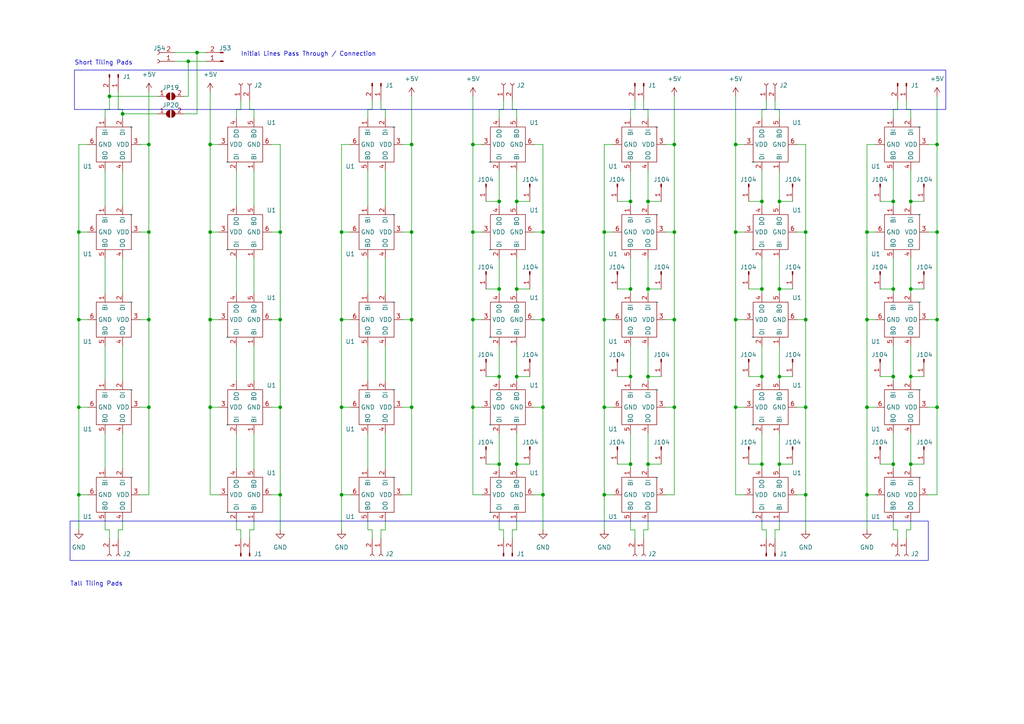
<source format=kicad_sch>
(kicad_sch (version 20230121) (generator eeschema)
  (paper "A4")
  (junction (at 175.26 118.11))
  (junction (at 144.78 134.62))
  (junction (at 195.58 67.31))
  (junction (at 195.58 41.91))
  (junction (at 195.58 92.71))
  (junction (at 137.16 118.11))
  (junction (at 157.48 118.11))
  (junction (at 60.96 41.91))
  (junction (at 213.36 118.11))
  (junction (at 99.06 67.31))
  (junction (at 149.86 134.62))
  (junction (at 233.68 118.11))
  (junction (at 175.26 92.71))
  (junction (at 157.48 92.71))
  (junction (at 54.61 17.78))
  (junction (at 220.98 58.42))
  (junction (at 60.96 92.71))
  (junction (at 43.18 67.31))
  (junction (at 31.75 27.94))
  (junction (at 271.78 92.71))
  (junction (at 35.56 33.02))
  (junction (at 259.08 83.82))
  (junction (at 157.48 67.31))
  (junction (at 119.38 41.91))
  (junction (at 182.88 134.62))
  (junction (at 182.88 83.82))
  (junction (at 220.98 109.22))
  (junction (at 81.28 92.71))
  (junction (at 187.96 83.82))
  (junction (at 144.78 58.42))
  (junction (at 43.18 92.71))
  (junction (at 259.08 58.42))
  (junction (at 175.26 67.31))
  (junction (at 251.46 92.71))
  (junction (at 259.08 109.22))
  (junction (at 213.36 41.91))
  (junction (at 233.68 67.31))
  (junction (at 22.86 118.11))
  (junction (at 213.36 92.71))
  (junction (at 264.16 58.42))
  (junction (at 259.08 134.62))
  (junction (at 175.26 143.51))
  (junction (at 81.28 143.51))
  (junction (at 81.28 67.31))
  (junction (at 271.78 118.11))
  (junction (at 233.68 92.71))
  (junction (at 144.78 109.22))
  (junction (at 187.96 58.42))
  (junction (at 60.96 118.11))
  (junction (at 226.06 109.22))
  (junction (at 99.06 118.11))
  (junction (at 271.78 67.31))
  (junction (at 149.86 83.82))
  (junction (at 182.88 58.42))
  (junction (at 264.16 109.22))
  (junction (at 182.88 109.22))
  (junction (at 251.46 67.31))
  (junction (at 119.38 118.11))
  (junction (at 137.16 92.71))
  (junction (at 99.06 143.51))
  (junction (at 22.86 143.51))
  (junction (at 57.15 15.24))
  (junction (at 251.46 143.51))
  (junction (at 119.38 67.31))
  (junction (at 149.86 58.42))
  (junction (at 220.98 83.82))
  (junction (at 220.98 134.62))
  (junction (at 195.58 118.11))
  (junction (at 213.36 67.31))
  (junction (at 264.16 83.82))
  (junction (at 271.78 41.91))
  (junction (at 81.28 118.11))
  (junction (at 157.48 143.51))
  (junction (at 226.06 58.42))
  (junction (at 43.18 118.11))
  (junction (at 99.06 92.71))
  (junction (at 22.86 67.31))
  (junction (at 233.68 143.51))
  (junction (at 264.16 134.62))
  (junction (at 43.18 41.91))
  (junction (at 226.06 134.62))
  (junction (at 149.86 109.22))
  (junction (at 187.96 134.62))
  (junction (at 137.16 41.91))
  (junction (at 144.78 83.82))
  (junction (at 226.06 83.82))
  (junction (at 119.38 92.71))
  (junction (at 187.96 109.22))
  (junction (at 60.96 67.31))
  (junction (at 251.46 118.11))
  (junction (at 137.16 67.31))
  (junction (at 22.86 92.71))
  (wire (pts (xy 251.46 41.91) (xy 251.46 67.31)))
  (wire (pts (xy 31.75 31.75) (xy 30.48 31.75)))
  (wire (pts (xy 72.39 31.75) (xy 73.66 31.75)))
  (wire (pts (xy 78.74 143.51) (xy 81.28 143.51)))
  (wire (pts (xy 78.74 118.11) (xy 81.28 118.11)))
  (wire (pts (xy 182.88 34.29) (xy 182.88 31.75)))
  (wire (pts (xy 119.38 118.11) (xy 119.38 92.71)))
  (wire (pts (xy 259.08 58.42) (xy 259.08 59.69)))
  (wire (pts (xy 187.96 34.29) (xy 187.96 31.75)))
  (wire (pts (xy 148.59 153.67) (xy 149.86 153.67)))
  (wire (pts (xy 215.9 143.51) (xy 213.36 143.51)))
  (wire (pts (xy 119.38 92.71) (xy 119.38 67.31)))
  (wire (pts (xy 149.86 125.73) (xy 149.86 134.62)))
  (wire (pts (xy 271.78 118.11) (xy 271.78 143.51)))
  (wire (pts (xy 31.75 26.67) (xy 31.75 27.94)))
  (wire (pts (xy 224.79 153.67) (xy 226.06 153.67)))
  (wire (pts (xy 149.86 109.22) (xy 149.86 110.49)))
  (wire (pts (xy 251.46 143.51) (xy 254 143.51)))
  (wire (pts (xy 187.96 109.22) (xy 187.96 110.49)))
  (wire (pts (xy 81.28 67.31) (xy 81.28 92.71)))
  (wire (pts (xy 191.77 83.82) (xy 187.96 83.82)))
  (wire (pts (xy 139.7 67.31) (xy 137.16 67.31)))
  (wire (pts (xy 149.86 49.53) (xy 149.86 58.42)))
  (wire (pts (xy 69.85 156.21) (xy 69.85 153.67)))
  (wire (pts (xy 60.96 143.51) (xy 60.96 118.11)))
  (wire (pts (xy 60.96 92.71) (xy 60.96 67.31)))
  (wire (pts (xy 31.75 153.67) (xy 30.48 153.67)))
  (wire (pts (xy 191.77 58.42) (xy 187.96 58.42)))
  (wire (pts (xy 195.58 143.51) (xy 195.58 118.11)))
  (wire (pts (xy 184.15 29.21) (xy 184.15 31.75)))
  (wire (pts (xy 187.96 74.93) (xy 187.96 83.82)))
  (wire (pts (xy 106.68 100.33) (xy 106.68 110.49)))
  (wire (pts (xy 54.61 17.78) (xy 59.69 17.78)))
  (wire (pts (xy 78.74 92.71) (xy 81.28 92.71)))
  (wire (pts (xy 229.87 58.42) (xy 226.06 58.42)))
  (wire (pts (xy 148.59 156.21) (xy 148.59 153.67)))
  (wire (pts (xy 231.14 41.91) (xy 233.68 41.91)))
  (wire (pts (xy 60.96 92.71) (xy 63.5 92.71)))
  (wire (pts (xy 137.16 41.91) (xy 137.16 27.94)))
  (wire (pts (xy 213.36 92.71) (xy 213.36 67.31)))
  (wire (pts (xy 184.15 31.75) (xy 182.88 31.75)))
  (wire (pts (xy 111.76 100.33) (xy 111.76 110.49)))
  (wire (pts (xy 175.26 67.31) (xy 175.26 92.71)))
  (wire (pts (xy 187.96 83.82) (xy 187.96 85.09)))
  (wire (pts (xy 226.06 125.73) (xy 226.06 134.62)))
  (wire (pts (xy 144.78 100.33) (xy 144.78 109.22)))
  (wire (pts (xy 264.16 153.67) (xy 264.16 151.13)))
  (wire (pts (xy 81.28 143.51) (xy 81.28 153.67)))
  (wire (pts (xy 154.94 118.11) (xy 157.48 118.11)))
  (wire (pts (xy 226.06 34.29) (xy 226.06 31.75)))
  (wire (pts (xy 22.86 118.11) (xy 22.86 143.51)))
  (wire (pts (xy 99.06 92.71) (xy 101.6 92.71)))
  (wire (pts (xy 215.9 92.71) (xy 213.36 92.71)))
  (wire (pts (xy 43.18 41.91) (xy 43.18 26.67)))
  (wire (pts (xy 184.15 156.21) (xy 184.15 153.67)))
  (wire (pts (xy 233.68 41.91) (xy 233.68 67.31)))
  (wire (pts (xy 140.97 109.22) (xy 144.78 109.22)))
  (wire (pts (xy 186.69 156.21) (xy 186.69 153.67)))
  (wire (pts (xy 251.46 118.11) (xy 254 118.11)))
  (wire (pts (xy 149.86 74.93) (xy 149.86 83.82)))
  (wire (pts (xy 57.15 15.24) (xy 57.15 33.02)))
  (wire (pts (xy 217.17 109.22) (xy 220.98 109.22)))
  (wire (pts (xy 215.9 118.11) (xy 213.36 118.11)))
  (wire (pts (xy 153.67 134.62) (xy 149.86 134.62)))
  (wire (pts (xy 68.58 74.93) (xy 68.58 85.09)))
  (wire (pts (xy 119.38 67.31) (xy 119.38 41.91)))
  (wire (pts (xy 184.15 153.67) (xy 182.88 153.67)))
  (wire (pts (xy 260.35 153.67) (xy 259.08 153.67)))
  (wire (pts (xy 73.66 49.53) (xy 73.66 59.69)))
  (wire (pts (xy 139.7 41.91) (xy 137.16 41.91)))
  (wire (pts (xy 81.28 41.91) (xy 81.28 67.31)))
  (wire (pts (xy 182.88 100.33) (xy 182.88 109.22)))
  (wire (pts (xy 50.8 17.78) (xy 54.61 17.78)))
  (wire (pts (xy 73.66 125.73) (xy 73.66 135.89)))
  (wire (pts (xy 78.74 41.91) (xy 81.28 41.91)))
  (wire (pts (xy 226.06 58.42) (xy 226.06 59.69)))
  (wire (pts (xy 231.14 67.31) (xy 233.68 67.31)))
  (wire (pts (xy 175.26 67.31) (xy 177.8 67.31)))
  (wire (pts (xy 43.18 118.11) (xy 40.64 118.11)))
  (wire (pts (xy 251.46 67.31) (xy 254 67.31)))
  (wire (pts (xy 31.75 27.94) (xy 31.75 31.75)))
  (wire (pts (xy 220.98 109.22) (xy 220.98 110.49)))
  (wire (pts (xy 233.68 143.51) (xy 233.68 153.67)))
  (wire (pts (xy 99.06 67.31) (xy 99.06 92.71)))
  (wire (pts (xy 107.95 29.21) (xy 107.95 31.75)))
  (wire (pts (xy 99.06 143.51) (xy 101.6 143.51)))
  (wire (pts (xy 106.68 34.29) (xy 106.68 31.75)))
  (wire (pts (xy 72.39 156.21) (xy 72.39 153.67)))
  (wire (pts (xy 43.18 118.11) (xy 43.18 92.71)))
  (wire (pts (xy 144.78 83.82) (xy 144.78 85.09)))
  (wire (pts (xy 68.58 49.53) (xy 68.58 59.69)))
  (wire (pts (xy 35.56 74.93) (xy 35.56 85.09)))
  (wire (pts (xy 149.86 100.33) (xy 149.86 109.22)))
  (wire (pts (xy 177.8 41.91) (xy 175.26 41.91)))
  (wire (pts (xy 262.89 29.21) (xy 262.89 31.75)))
  (wire (pts (xy 264.16 34.29) (xy 264.16 31.75)))
  (wire (pts (xy 262.89 156.21) (xy 262.89 153.67)))
  (wire (pts (xy 144.78 74.93) (xy 144.78 83.82)))
  (wire (pts (xy 271.78 41.91) (xy 269.24 41.91)))
  (wire (pts (xy 264.16 83.82) (xy 264.16 85.09)))
  (wire (pts (xy 259.08 49.53) (xy 259.08 58.42)))
  (wire (pts (xy 255.27 83.82) (xy 259.08 83.82)))
  (wire (pts (xy 182.88 151.13) (xy 182.88 153.67)))
  (wire (pts (xy 34.29 26.67) (xy 34.29 31.75)))
  (wire (pts (xy 259.08 74.93) (xy 259.08 83.82)))
  (wire (pts (xy 259.08 125.73) (xy 259.08 134.62)))
  (wire (pts (xy 157.48 41.91) (xy 157.48 67.31)))
  (wire (pts (xy 187.96 151.13) (xy 187.96 153.67)))
  (wire (pts (xy 175.26 92.71) (xy 175.26 118.11)))
  (wire (pts (xy 111.76 125.73) (xy 111.76 135.89)))
  (wire (pts (xy 99.06 118.11) (xy 99.06 143.51)))
  (wire (pts (xy 60.96 67.31) (xy 63.5 67.31)))
  (wire (pts (xy 229.87 83.82) (xy 226.06 83.82)))
  (wire (pts (xy 175.26 143.51) (xy 175.26 153.67)))
  (wire (pts (xy 231.14 118.11) (xy 233.68 118.11)))
  (wire (pts (xy 144.78 125.73) (xy 144.78 134.62)))
  (wire (pts (xy 22.86 67.31) (xy 25.4 67.31)))
  (wire (pts (xy 139.7 118.11) (xy 137.16 118.11)))
  (wire (pts (xy 111.76 34.29) (xy 111.76 31.75)))
  (wire (pts (xy 35.56 100.33) (xy 35.56 110.49)))
  (wire (pts (xy 267.97 83.82) (xy 264.16 83.82)))
  (wire (pts (xy 22.86 143.51) (xy 25.4 143.51)))
  (wire (pts (xy 144.78 134.62) (xy 144.78 135.89)))
  (wire (pts (xy 254 41.91) (xy 251.46 41.91)))
  (wire (pts (xy 267.97 58.42) (xy 264.16 58.42)))
  (wire (pts (xy 68.58 151.13) (xy 68.58 153.67)))
  (wire (pts (xy 149.86 34.29) (xy 149.86 31.75)))
  (wire (pts (xy 116.84 143.51) (xy 119.38 143.51)))
  (wire (pts (xy 78.74 67.31) (xy 81.28 67.31)))
  (wire (pts (xy 144.78 58.42) (xy 144.78 59.69)))
  (wire (pts (xy 213.36 118.11) (xy 213.36 92.71)))
  (wire (pts (xy 259.08 100.33) (xy 259.08 109.22)))
  (wire (pts (xy 54.61 17.78) (xy 54.61 27.94)))
  (wire (pts (xy 186.69 29.21) (xy 186.69 31.75)))
  (wire (pts (xy 119.38 118.11) (xy 116.84 118.11)))
  (wire (pts (xy 73.66 100.33) (xy 73.66 110.49)))
  (wire (pts (xy 22.86 143.51) (xy 22.86 153.67)))
  (wire (pts (xy 226.06 151.13) (xy 226.06 153.67)))
  (wire (pts (xy 182.88 134.62) (xy 182.88 135.89)))
  (wire (pts (xy 34.29 153.67) (xy 35.56 153.67)))
  (wire (pts (xy 99.06 92.71) (xy 99.06 118.11)))
  (wire (pts (xy 255.27 109.22) (xy 259.08 109.22)))
  (wire (pts (xy 60.96 118.11) (xy 63.5 118.11)))
  (wire (pts (xy 229.87 134.62) (xy 226.06 134.62)))
  (wire (pts (xy 107.95 153.67) (xy 106.68 153.67)))
  (wire (pts (xy 231.14 143.51) (xy 233.68 143.51)))
  (wire (pts (xy 267.97 109.22) (xy 264.16 109.22)))
  (wire (pts (xy 220.98 134.62) (xy 220.98 135.89)))
  (wire (pts (xy 69.85 31.75) (xy 68.58 31.75)))
  (wire (pts (xy 43.18 92.71) (xy 43.18 67.31)))
  (wire (pts (xy 233.68 67.31) (xy 233.68 92.71)))
  (wire (pts (xy 191.77 134.62) (xy 187.96 134.62)))
  (wire (pts (xy 259.08 151.13) (xy 259.08 153.67)))
  (wire (pts (xy 146.05 31.75) (xy 144.78 31.75)))
  (wire (pts (xy 264.16 134.62) (xy 264.16 135.89)))
  (wire (pts (xy 31.75 27.94) (xy 45.72 27.94)))
  (wire (pts (xy 157.48 118.11) (xy 157.48 143.51)))
  (wire (pts (xy 81.28 118.11) (xy 81.28 143.51)))
  (wire (pts (xy 175.26 118.11) (xy 177.8 118.11)))
  (wire (pts (xy 110.49 29.21) (xy 110.49 31.75)))
  (wire (pts (xy 259.08 109.22) (xy 259.08 110.49)))
  (wire (pts (xy 35.56 49.53) (xy 35.56 59.69)))
  (wire (pts (xy 157.48 67.31) (xy 157.48 92.71)))
  (wire (pts (xy 187.96 49.53) (xy 187.96 58.42)))
  (wire (pts (xy 140.97 134.62) (xy 144.78 134.62)))
  (wire (pts (xy 68.58 100.33) (xy 68.58 110.49)))
  (wire (pts (xy 119.38 67.31) (xy 116.84 67.31)))
  (wire (pts (xy 217.17 134.62) (xy 220.98 134.62)))
  (wire (pts (xy 53.34 33.02) (xy 57.15 33.02)))
  (wire (pts (xy 60.96 118.11) (xy 60.96 92.71)))
  (wire (pts (xy 271.78 27.94) (xy 271.78 41.91)))
  (wire (pts (xy 149.86 151.13) (xy 149.86 153.67)))
  (wire (pts (xy 50.8 15.24) (xy 57.15 15.24)))
  (wire (pts (xy 73.66 74.93) (xy 73.66 85.09)))
  (wire (pts (xy 106.68 49.53) (xy 106.68 59.69)))
  (wire (pts (xy 271.78 67.31) (xy 271.78 41.91)))
  (wire (pts (xy 137.16 92.71) (xy 137.16 67.31)))
  (wire (pts (xy 262.89 31.75) (xy 264.16 31.75)))
  (wire (pts (xy 107.95 31.75) (xy 106.68 31.75)))
  (wire (pts (xy 43.18 92.71) (xy 40.64 92.71)))
  (wire (pts (xy 154.94 41.91) (xy 157.48 41.91)))
  (wire (pts (xy 144.78 151.13) (xy 144.78 153.67)))
  (wire (pts (xy 111.76 74.93) (xy 111.76 85.09)))
  (wire (pts (xy 179.07 134.62) (xy 182.88 134.62)))
  (wire (pts (xy 148.59 31.75) (xy 149.86 31.75)))
  (wire (pts (xy 262.89 153.67) (xy 264.16 153.67)))
  (wire (pts (xy 195.58 41.91) (xy 195.58 27.94)))
  (wire (pts (xy 157.48 143.51) (xy 157.48 153.67)))
  (wire (pts (xy 57.15 15.24) (xy 59.69 15.24)))
  (wire (pts (xy 229.87 109.22) (xy 226.06 109.22)))
  (wire (pts (xy 215.9 67.31) (xy 213.36 67.31)))
  (wire (pts (xy 99.06 41.91) (xy 99.06 67.31)))
  (wire (pts (xy 195.58 118.11) (xy 195.58 92.71)))
  (wire (pts (xy 30.48 125.73) (xy 30.48 135.89)))
  (wire (pts (xy 193.04 143.51) (xy 195.58 143.51)))
  (wire (pts (xy 226.06 109.22) (xy 226.06 110.49)))
  (wire (pts (xy 144.78 34.29) (xy 144.78 31.75)))
  (wire (pts (xy 99.06 118.11) (xy 101.6 118.11)))
  (wire (pts (xy 154.94 92.71) (xy 157.48 92.71)))
  (wire (pts (xy 175.26 143.51) (xy 177.8 143.51)))
  (wire (pts (xy 269.24 118.11) (xy 271.78 118.11)))
  (wire (pts (xy 195.58 67.31) (xy 195.58 41.91)))
  (wire (pts (xy 222.25 31.75) (xy 220.98 31.75)))
  (wire (pts (xy 137.16 143.51) (xy 137.16 118.11)))
  (wire (pts (xy 60.96 41.91) (xy 60.96 26.67)))
  (wire (pts (xy 222.25 153.67) (xy 220.98 153.67)))
  (wire (pts (xy 30.48 74.93) (xy 30.48 85.09)))
  (wire (pts (xy 175.26 41.91) (xy 175.26 67.31)))
  (wire (pts (xy 220.98 83.82) (xy 220.98 85.09)))
  (wire (pts (xy 35.56 33.02) (xy 45.72 33.02)))
  (wire (pts (xy 153.67 58.42) (xy 149.86 58.42)))
  (wire (pts (xy 213.36 67.31) (xy 213.36 41.91)))
  (wire (pts (xy 72.39 153.67) (xy 73.66 153.67)))
  (wire (pts (xy 264.16 100.33) (xy 264.16 109.22)))
  (wire (pts (xy 220.98 151.13) (xy 220.98 153.67)))
  (wire (pts (xy 25.4 41.91) (xy 22.86 41.91)))
  (wire (pts (xy 157.48 92.71) (xy 157.48 118.11)))
  (wire (pts (xy 260.35 29.21) (xy 260.35 31.75)))
  (wire (pts (xy 187.96 134.62) (xy 187.96 135.89)))
  (wire (pts (xy 271.78 92.71) (xy 271.78 118.11)))
  (wire (pts (xy 148.59 29.21) (xy 148.59 31.75)))
  (wire (pts (xy 179.07 83.82) (xy 182.88 83.82)))
  (wire (pts (xy 220.98 34.29) (xy 220.98 31.75)))
  (wire (pts (xy 146.05 156.21) (xy 146.05 153.67)))
  (wire (pts (xy 264.16 58.42) (xy 264.16 59.69)))
  (wire (pts (xy 22.86 67.31) (xy 22.86 92.71)))
  (wire (pts (xy 110.49 153.67) (xy 111.76 153.67)))
  (wire (pts (xy 34.29 156.21) (xy 34.29 153.67)))
  (wire (pts (xy 35.56 33.02) (xy 35.56 31.75)))
  (wire (pts (xy 30.48 34.29) (xy 30.48 31.75)))
  (wire (pts (xy 34.29 31.75) (xy 35.56 31.75)))
  (wire (pts (xy 43.18 143.51) (xy 43.18 118.11)))
  (wire (pts (xy 267.97 134.62) (xy 264.16 134.62)))
  (wire (pts (xy 73.66 153.67) (xy 73.66 151.13)))
  (wire (pts (xy 146.05 153.67) (xy 144.78 153.67)))
  (wire (pts (xy 182.88 49.53) (xy 182.88 58.42)))
  (wire (pts (xy 259.08 83.82) (xy 259.08 85.09)))
  (wire (pts (xy 220.98 100.33) (xy 220.98 109.22)))
  (wire (pts (xy 179.07 58.42) (xy 182.88 58.42)))
  (wire (pts (xy 191.77 109.22) (xy 187.96 109.22)))
  (wire (pts (xy 22.86 41.91) (xy 22.86 67.31)))
  (wire (pts (xy 260.35 31.75) (xy 259.08 31.75)))
  (wire (pts (xy 153.67 109.22) (xy 149.86 109.22)))
  (wire (pts (xy 35.56 151.13) (xy 35.56 153.67)))
  (wire (pts (xy 220.98 49.53) (xy 220.98 58.42)))
  (wire (pts (xy 73.66 34.29) (xy 73.66 31.75)))
  (wire (pts (xy 60.96 41.91) (xy 63.5 41.91)))
  (wire (pts (xy 271.78 92.71) (xy 271.78 67.31)))
  (wire (pts (xy 106.68 125.73) (xy 106.68 135.89)))
  (wire (pts (xy 99.06 143.51) (xy 99.06 153.67)))
  (wire (pts (xy 269.24 143.51) (xy 271.78 143.51)))
  (wire (pts (xy 222.25 29.21) (xy 222.25 31.75)))
  (wire (pts (xy 175.26 118.11) (xy 175.26 143.51)))
  (wire (pts (xy 22.86 92.71) (xy 25.4 92.71)))
  (wire (pts (xy 195.58 92.71) (xy 195.58 67.31)))
  (wire (pts (xy 140.97 83.82) (xy 144.78 83.82)))
  (wire (pts (xy 187.96 100.33) (xy 187.96 109.22)))
  (wire (pts (xy 139.7 143.51) (xy 137.16 143.51)))
  (wire (pts (xy 215.9 41.91) (xy 213.36 41.91)))
  (wire (pts (xy 217.17 58.42) (xy 220.98 58.42)))
  (wire (pts (xy 233.68 118.11) (xy 233.68 143.51)))
  (wire (pts (xy 226.06 74.93) (xy 226.06 83.82)))
  (wire (pts (xy 30.48 100.33) (xy 30.48 110.49)))
  (wire (pts (xy 69.85 29.21) (xy 69.85 31.75)))
  (wire (pts (xy 146.05 29.21) (xy 146.05 31.75)))
  (wire (pts (xy 251.46 92.71) (xy 254 92.71)))
  (wire (pts (xy 195.58 92.71) (xy 193.04 92.71)))
  (wire (pts (xy 63.5 143.51) (xy 60.96 143.51)))
  (wire (pts (xy 119.38 92.71) (xy 116.84 92.71)))
  (wire (pts (xy 187.96 125.73) (xy 187.96 134.62)))
  (wire (pts (xy 99.06 67.31) (xy 101.6 67.31)))
  (wire (pts (xy 186.69 153.67) (xy 187.96 153.67)))
  (wire (pts (xy 110.49 31.75) (xy 111.76 31.75)))
  (wire (pts (xy 30.48 151.13) (xy 30.48 153.67)))
  (wire (pts (xy 175.26 92.71) (xy 177.8 92.71)))
  (wire (pts (xy 251.46 143.51) (xy 251.46 153.67)))
  (wire (pts (xy 269.24 67.31) (xy 271.78 67.31)))
  (wire (pts (xy 233.68 92.71) (xy 233.68 118.11)))
  (wire (pts (xy 226.06 83.82) (xy 226.06 85.09)))
  (wire (pts (xy 107.95 156.21) (xy 107.95 153.67)))
  (wire (pts (xy 110.49 156.21) (xy 110.49 153.67)))
  (wire (pts (xy 222.25 156.21) (xy 222.25 153.67)))
  (wire (pts (xy 186.69 31.75) (xy 187.96 31.75)))
  (wire (pts (xy 144.78 109.22) (xy 144.78 110.49)))
  (wire (pts (xy 259.08 31.75) (xy 259.08 34.29)))
  (wire (pts (xy 40.64 143.51) (xy 43.18 143.51)))
  (wire (pts (xy 43.18 67.31) (xy 40.64 67.31)))
  (wire (pts (xy 137.16 67.31) (xy 137.16 41.91)))
  (wire (pts (xy 144.78 49.53) (xy 144.78 58.42)))
  (wire (pts (xy 224.79 29.21) (xy 224.79 31.75)))
  (wire (pts (xy 224.79 156.21) (xy 224.79 153.67)))
  (wire (pts (xy 264.16 74.93) (xy 264.16 83.82)))
  (wire (pts (xy 187.96 58.42) (xy 187.96 59.69)))
  (wire (pts (xy 119.38 143.51) (xy 119.38 118.11)))
  (wire (pts (xy 195.58 41.91) (xy 193.04 41.91)))
  (wire (pts (xy 31.75 153.67) (xy 31.75 156.21)))
  (wire (pts (xy 35.56 125.73) (xy 35.56 135.89)))
  (wire (pts (xy 195.58 118.11) (xy 193.04 118.11)))
  (wire (pts (xy 264.16 125.73) (xy 264.16 134.62)))
  (wire (pts (xy 220.98 74.93) (xy 220.98 83.82)))
  (wire (pts (xy 251.46 118.11) (xy 251.46 143.51)))
  (wire (pts (xy 22.86 118.11) (xy 25.4 118.11)))
  (wire (pts (xy 217.17 83.82) (xy 220.98 83.82)))
  (wire (pts (xy 22.86 92.71) (xy 22.86 118.11)))
  (wire (pts (xy 220.98 125.73) (xy 220.98 134.62)))
  (wire (pts (xy 106.68 74.93) (xy 106.68 85.09)))
  (wire (pts (xy 179.07 109.22) (xy 182.88 109.22)))
  (wire (pts (xy 226.06 49.53) (xy 226.06 58.42)))
  (wire (pts (xy 72.39 29.21) (xy 72.39 31.75)))
  (wire (pts (xy 154.94 67.31) (xy 157.48 67.31)))
  (wire (pts (xy 251.46 92.71) (xy 251.46 118.11)))
  (wire (pts (xy 220.98 58.42) (xy 220.98 59.69)))
  (wire (pts (xy 68.58 31.75) (xy 68.58 34.29)))
  (wire (pts (xy 255.27 134.62) (xy 259.08 134.62)))
  (wire (pts (xy 264.16 109.22) (xy 264.16 110.49)))
  (wire (pts (xy 101.6 41.91) (xy 99.06 41.91)))
  (wire (pts (xy 149.86 83.82) (xy 149.86 85.09)))
  (wire (pts (xy 182.88 83.82) (xy 182.88 85.09)))
  (wire (pts (xy 255.27 58.42) (xy 259.08 58.42)))
  (wire (pts (xy 149.86 134.62) (xy 149.86 135.89)))
  (wire (pts (xy 182.88 58.42) (xy 182.88 59.69)))
  (wire (pts (xy 111.76 151.13) (xy 111.76 153.67)))
  (wire (pts (xy 231.14 92.71) (xy 233.68 92.71)))
  (wire (pts (xy 264.16 49.53) (xy 264.16 58.42)))
  (wire (pts (xy 226.06 134.62) (xy 226.06 135.89)))
  (wire (pts (xy 68.58 125.73) (xy 68.58 135.89)))
  (wire (pts (xy 140.97 58.42) (xy 144.78 58.42)))
  (wire (pts (xy 213.36 41.91) (xy 213.36 27.94)))
  (wire (pts (xy 224.79 31.75) (xy 226.06 31.75)))
  (wire (pts (xy 111.76 49.53) (xy 111.76 59.69)))
  (wire (pts (xy 251.46 67.31) (xy 251.46 92.71)))
  (wire (pts (xy 182.88 74.93) (xy 182.88 83.82)))
  (wire (pts (xy 69.85 153.67) (xy 68.58 153.67)))
  (wire (pts (xy 139.7 92.71) (xy 137.16 92.71)))
  (wire (pts (xy 43.18 41.91) (xy 40.64 41.91)))
  (wire (pts (xy 119.38 41.91) (xy 116.84 41.91)))
  (wire (pts (xy 269.24 92.71) (xy 271.78 92.71)))
  (wire (pts (xy 154.94 143.51) (xy 157.48 143.51)))
  (wire (pts (xy 226.06 100.33) (xy 226.06 109.22)))
  (wire (pts (xy 43.18 67.31) (xy 43.18 41.91)))
  (wire (pts (xy 60.96 67.31) (xy 60.96 41.91)))
  (wire (pts (xy 106.68 151.13) (xy 106.68 153.67)))
  (wire (pts (xy 35.56 34.29) (xy 35.56 33.02)))
  (wire (pts (xy 259.08 134.62) (xy 259.08 135.89)))
  (wire (pts (xy 182.88 125.73) (xy 182.88 134.62)))
  (wire (pts (xy 30.48 49.53) (xy 30.48 59.69)))
  (wire (pts (xy 153.67 83.82) (xy 149.86 83.82)))
  (wire (pts (xy 213.36 143.51) (xy 213.36 118.11)))
  (wire (pts (xy 149.86 58.42) (xy 149.86 59.69)))
  (wire (pts (xy 81.28 92.71) (xy 81.28 118.11)))
  (wire (pts (xy 260.35 156.21) (xy 260.35 153.67)))
  (wire (pts (xy 119.38 41.91) (xy 119.38 27.94)))
  (wire (pts (xy 53.34 27.94) (xy 54.61 27.94)))
  (wire (pts (xy 137.16 118.11) (xy 137.16 92.71)))
  (wire (pts (xy 195.58 67.31) (xy 193.04 67.31)))
  (wire (pts (xy 182.88 109.22) (xy 182.88 110.49)))
  (rectangle (start 20.32 151.13) (end 269.24 162.56))
  (rectangle (start 21.59 20.32) (end 274.32 31.75))
  (text "Tall Tiling Pads\n" (at 20.32 170.18 0) (effects (font (size 1.27 1.27)) (justify left bottom)))
  (text "Short Tiling Pads\n" (at 21.59 19.05 0) (effects (font (size 1.27 1.27)) (justify left bottom)))
  (text "Initial Lines Pass Through / Connection\n" (at 69.85 16.51 0) (effects (font (size 1.27 1.27)) (justify left bottom)))
  (symbol (lib_id "Connector:Conn_01x02_Socket") (at 34.29 161.29 270) (unit 1)
    (property "Reference" "J2" (at 35.56 160.655 90) (effects (justify left)))
    (property "Value" "Conn_01x02_Socket" (effects hide))
    (property "Footprint" "Dustins_Footprints:Snowboard_Flex_Solder_Pad" (effects hide))
    (instances (project "Tiling_Flex_V1" (path "" (reference "J2") (unit 1)) (path "" (reference "J4") (unit 1)) (path "" (reference "J2") (unit 1)) (path "" (reference "J32") (unit 1)) (path "" (reference "J60") (unit 1))))
  )
  (symbol (lib_id "Connector:Conn_01x01_Pin") (at 153.67 104.14 90) (mirror x) (unit 1)
    (property "Reference" "J104" (at 156.21 102.87 90) (effects (justify left)))
    (property "Value" "Conn_01x01_Pin" (effects hide))
    (property "Footprint" "Dustins_Footprints:Test Pad" (effects hide))
    (instances (project "Center_Flex_V1" (path "" (reference "J104") (unit 1))) (project "Tiling_Flex_V1" (path "" (reference "J15") (unit 1)) (path "" (reference "J75") (unit 1)) (path "" (reference "J76") (unit 1)) (path "" (reference "J216") (unit 1)) (path "" (reference "J218") (unit 1))))
  )
  (symbol (lib_id "power:GND") (at 233.68 153.67 0) (unit 1)
    (property "Reference" "#PWR011" (effects hide))
    (property "Value" "GND" (at 233.68 158.75 0))
    (instances (project "Tiling_Flex_V1" (path "" (reference "#PWR011") (unit 1)) (path "" (reference "#PWR09") (unit 1)) (path "" (reference "#PWR014") (unit 1)) (path "" (reference "#PWR040") (unit 1))))
  )
  (symbol (lib_id "Dustins_Symbols:WS2816C") (at 38.1 138.43 180) (unit 1)
    (property "Reference" "U1" (at 25.4 149.86 0))
    (property "Value" "~" (at 38.1 138.43 0))
    (property "Footprint" "Dustins_Footprints:WS2816-2121" (effects hide))
    (property "Datasheet" "https://www.lcsc.com/datasheet/lcsc_datasheet_2012110135_Worldsemi-WS2816C-2121_C965561.pdf" (effects hide))
    (instances (project "Tiling_Flex_V1" (path "" (reference "U1") (unit 1)) (path "" (reference "U3") (unit 1)) (path "" (reference "U36") (unit 1)) (path "" (reference "U5") (unit 1)) (path "" (reference "U70") (unit 1))))
  )
  (symbol (lib_id "Connector:Conn_01x02_Pin") (at 69.85 161.29 90) (unit 1)
    (property "Reference" "J1" (at 73.66 160.655 90) (effects (justify right)))
    (property "Value" "Conn_01x02_Pin" (effects hide))
    (property "Footprint" "Dustins_Footprints:Snowboard_Flex_Solder_Pad" (effects hide))
    (instances (project "Tiling_Flex_V1" (path "" (reference "J1") (unit 1)) (path "" (reference "J3") (unit 1)) (path "" (reference "J1") (unit 1)) (path "" (reference "J36") (unit 1)) (path "" (reference "J64") (unit 1))))
  )
  (symbol (lib_id "Connector:Conn_01x01_Pin") (at 217.17 78.74 270) (unit 1)
    (property "Reference" "J104" (at 214.63 77.47 90) (effects (justify left)))
    (property "Value" "Conn_01x01_Pin" (effects hide))
    (property "Footprint" "Dustins_Footprints:Test Pad" (effects hide))
    (instances (project "Center_Flex_V1" (path "" (reference "J104") (unit 1))) (project "Tiling_Flex_V1" (path "" (reference "J15") (unit 1)) (path "" (reference "J47") (unit 1)) (path "" (reference "J48") (unit 1)) (path "" (reference "J251") (unit 1)) (path "" (reference "J253") (unit 1))))
  )
  (symbol (lib_id "Dustins_Symbols:WS2816C") (at 114.3 62.23 180) (unit 1)
    (property "Reference" "U1" (at 101.6 73.66 0))
    (property "Value" "~" (at 114.3 62.23 0))
    (property "Footprint" "Dustins_Footprints:WS2816-2121" (effects hide))
    (property "Datasheet" "https://www.lcsc.com/datasheet/lcsc_datasheet_2012110135_Worldsemi-WS2816C-2121_C965561.pdf" (effects hide))
    (instances (project "Tiling_Flex_V1" (path "" (reference "U1") (unit 1)) (path "" (reference "U21") (unit 1)) (path "" (reference "U39") (unit 1)) (path "" (reference "U12") (unit 1)) (path "" (reference "U77") (unit 1))))
  )
  (symbol (lib_id "Connector:Conn_01x01_Pin") (at 255.27 104.14 270) (unit 1)
    (property "Reference" "J104" (at 252.73 102.87 90) (effects (justify left)))
    (property "Value" "Conn_01x01_Pin" (effects hide))
    (property "Footprint" "Dustins_Footprints:Test Pad" (effects hide))
    (instances (project "Center_Flex_V1" (path "" (reference "J104") (unit 1))) (project "Tiling_Flex_V1" (path "" (reference "J15") (unit 1)) (path "" (reference "J47") (unit 1)) (path "" (reference "J48") (unit 1)) (path "" (reference "J267") (unit 1)) (path "" (reference "J269") (unit 1))))
  )
  (symbol (lib_id "Connector:Conn_01x01_Pin") (at 153.67 53.34 90) (mirror x) (unit 1)
    (property "Reference" "J104" (at 156.21 52.07 90) (effects (justify left)))
    (property "Value" "Conn_01x01_Pin" (effects hide))
    (property "Footprint" "Dustins_Footprints:Test Pad" (effects hide))
    (instances (project "Center_Flex_V1" (path "" (reference "J104") (unit 1))) (project "Tiling_Flex_V1" (path "" (reference "J15") (unit 1)) (path "" (reference "J75") (unit 1)) (path "" (reference "J76") (unit 1)) (path "" (reference "J224") (unit 1)) (path "" (reference "J226") (unit 1))))
  )
  (symbol (lib_id "Dustins_Symbols:WS2816C") (at 66.04 46.99 0) (unit 1)
    (property "Reference" "U1" (at 78.74 35.56 0))
    (property "Value" "~" (at 66.04 46.99 0))
    (property "Footprint" "Dustins_Footprints:WS2816-2121" (effects hide))
    (property "Datasheet" "https://www.lcsc.com/datasheet/lcsc_datasheet_2012110135_Worldsemi-WS2816C-2121_C965561.pdf" (effects hide))
    (instances (project "Tiling_Flex_V1" (path "" (reference "U1") (unit 1)) (path "" (reference "U2") (unit 1)) (path "" (reference "U1") (unit 1)) (path "" (reference "U6") (unit 1)) (path "" (reference "U71") (unit 1))))
  )
  (symbol (lib_id "power:+5V") (at 195.58 27.94 0) (unit 1)
    (property "Reference" "#PWR018" (effects hide))
    (property "Value" "+5V" (at 195.58 22.86 0))
    (instances (project "Tiling_Flex_V1" (path "" (reference "#PWR018") (unit 1)) (path "" (reference "#PWR017") (unit 1)) (path "" (reference "#PWR012") (unit 1)) (path "" (reference "#PWR038") (unit 1))))
  )
  (symbol (lib_id "Dustins_Symbols:WS2816C") (at 142.24 123.19 0) (unit 1)
    (property "Reference" "U1" (at 154.94 111.76 0))
    (property "Value" "~" (at 142.24 123.19 0))
    (property "Footprint" "Dustins_Footprints:WS2816-2121" (effects hide))
    (property "Datasheet" "https://www.lcsc.com/datasheet/lcsc_datasheet_2012110135_Worldsemi-WS2816C-2121_C965561.pdf" (effects hide))
    (instances (project "Tiling_Flex_V1" (path "" (reference "U1") (unit 1)) (path "" (reference "U22") (unit 1)) (path "" (reference "U44") (unit 1)) (path "" (reference "U19") (unit 1)) (path "" (reference "U84") (unit 1))))
  )
  (symbol (lib_id "Connector:Conn_01x02_Pin") (at 34.29 21.59 270) (unit 1)
    (property "Reference" "J1" (at 35.56 22.225 90) (effects (justify left)))
    (property "Value" "Conn_01x02_Pin" (effects hide))
    (property "Footprint" "Dustins_Footprints:Snowboard_Flex_Solder_pad_short" (effects hide))
    (instances (project "Tiling_Flex_V1" (path "" (reference "J1") (unit 1)) (path "" (reference "J13") (unit 1)) (path "" (reference "J15") (unit 1)) (path "" (reference "J31") (unit 1)) (path "" (reference "J59") (unit 1))))
  )
  (symbol (lib_id "Connector:Conn_01x01_Pin") (at 179.07 104.14 270) (unit 1)
    (property "Reference" "J104" (at 176.53 102.87 90) (effects (justify left)))
    (property "Value" "Conn_01x01_Pin" (effects hide))
    (property "Footprint" "Dustins_Footprints:Test Pad" (effects hide))
    (instances (project "Center_Flex_V1" (path "" (reference "J104") (unit 1))) (project "Tiling_Flex_V1" (path "" (reference "J15") (unit 1)) (path "" (reference "J47") (unit 1)) (path "" (reference "J48") (unit 1)) (path "" (reference "J235") (unit 1)) (path "" (reference "J237") (unit 1))))
  )
  (symbol (lib_id "Connector:Conn_01x02_Pin") (at 186.69 24.13 270) (unit 1)
    (property "Reference" "J1" (at 187.96 24.765 90) (effects (justify left)))
    (property "Value" "Conn_01x02_Pin" (effects hide))
    (property "Footprint" "Dustins_Footprints:Snowboard_Flex_Solder_pad_short" (effects hide))
    (instances (project "Tiling_Flex_V1" (path "" (reference "J1") (unit 1)) (path "" (reference "J18") (unit 1)) (path "" (reference "J20") (unit 1)) (path "" (reference "J41") (unit 1)) (path "" (reference "J69") (unit 1))))
  )
  (symbol (lib_id "Connector:Conn_01x01_Pin") (at 153.67 78.74 90) (mirror x) (unit 1)
    (property "Reference" "J104" (at 156.21 77.47 90) (effects (justify left)))
    (property "Value" "Conn_01x01_Pin" (effects hide))
    (property "Footprint" "Dustins_Footprints:Test Pad" (effects hide))
    (instances (project "Center_Flex_V1" (path "" (reference "J104") (unit 1))) (project "Tiling_Flex_V1" (path "" (reference "J15") (unit 1)) (path "" (reference "J75") (unit 1)) (path "" (reference "J76") (unit 1)) (path "" (reference "J220") (unit 1)) (path "" (reference "J222") (unit 1))))
  )
  (symbol (lib_id "Connector:Conn_01x01_Pin") (at 229.87 53.34 90) (mirror x) (unit 1)
    (property "Reference" "J104" (at 232.41 52.07 90) (effects (justify left)))
    (property "Value" "Conn_01x01_Pin" (effects hide))
    (property "Footprint" "Dustins_Footprints:Test Pad" (effects hide))
    (instances (project "Center_Flex_V1" (path "" (reference "J104") (unit 1))) (project "Tiling_Flex_V1" (path "" (reference "J15") (unit 1)) (path "" (reference "J75") (unit 1)) (path "" (reference "J76") (unit 1)) (path "" (reference "J256") (unit 1)) (path "" (reference "J258") (unit 1))))
  )
  (symbol (lib_id "power:GND") (at 175.26 153.67 0) (unit 1)
    (property "Reference" "#PWR08" (effects hide))
    (property "Value" "GND" (at 175.26 158.75 0))
    (instances (project "Tiling_Flex_V1" (path "" (reference "#PWR08") (unit 1)) (path "" (reference "#PWR06") (unit 1)) (path "" (reference "#PWR011") (unit 1)) (path "" (reference "#PWR037") (unit 1))))
  )
  (symbol (lib_id "Dustins_Symbols:WS2816C") (at 142.24 97.79 0) (unit 1)
    (property "Reference" "U1" (at 154.94 86.36 0))
    (property "Value" "~" (at 142.24 97.79 0))
    (property "Footprint" "Dustins_Footprints:WS2816-2121" (effects hide))
    (property "Datasheet" "https://www.lcsc.com/datasheet/lcsc_datasheet_2012110135_Worldsemi-WS2816C-2121_C965561.pdf" (effects hide))
    (instances (project "Tiling_Flex_V1" (path "" (reference "U1") (unit 1)) (path "" (reference "U16") (unit 1)) (path "" (reference "U43") (unit 1)) (path "" (reference "U18") (unit 1)) (path "" (reference "U83") (unit 1))))
  )
  (symbol (lib_id "Connector:Conn_01x01_Pin") (at 179.07 78.74 270) (unit 1)
    (property "Reference" "J104" (at 176.53 77.47 90) (effects (justify left)))
    (property "Value" "Conn_01x01_Pin" (effects hide))
    (property "Footprint" "Dustins_Footprints:Test Pad" (effects hide))
    (instances (project "Center_Flex_V1" (path "" (reference "J104") (unit 1))) (project "Tiling_Flex_V1" (path "" (reference "J15") (unit 1)) (path "" (reference "J47") (unit 1)) (path "" (reference "J48") (unit 1)) (path "" (reference "J231") (unit 1)) (path "" (reference "J233") (unit 1))))
  )
  (symbol (lib_id "Dustins_Symbols:WS2816C") (at 218.44 46.99 0) (unit 1)
    (property "Reference" "U1" (at 231.14 35.56 0))
    (property "Value" "~" (at 218.44 46.99 0))
    (property "Footprint" "Dustins_Footprints:WS2816-2121" (effects hide))
    (property "Datasheet" "https://www.lcsc.com/datasheet/lcsc_datasheet_2012110135_Worldsemi-WS2816C-2121_C965561.pdf" (effects hide))
    (instances (project "Tiling_Flex_V1" (path "" (reference "U1") (unit 1)) (path "" (reference "U6") (unit 1)) (path "" (reference "U51") (unit 1)) (path "" (reference "U26") (unit 1)) (path "" (reference "U91") (unit 1))))
  )
  (symbol (lib_id "Dustins_Symbols:WS2816C") (at 190.5 36.83 180) (unit 1)
    (property "Reference" "U1" (at 177.8 48.26 0))
    (property "Value" "~" (at 190.5 36.83 0))
    (property "Footprint" "Dustins_Footprints:WS2816-2121" (effects hide))
    (property "Datasheet" "https://www.lcsc.com/datasheet/lcsc_datasheet_2012110135_Worldsemi-WS2816C-2121_C965561.pdf" (effects hide))
    (instances (project "Tiling_Flex_V1" (path "" (reference "U1") (unit 1)) (path "" (reference "U29") (unit 1)) (path "" (reference "U50") (unit 1)) (path "" (reference "U21") (unit 1)) (path "" (reference "U86") (unit 1))))
  )
  (symbol (lib_id "Connector:Conn_01x02_Socket") (at 69.85 24.13 90) (unit 1)
    (property "Reference" "J2" (at 73.66 24.765 90) (effects (justify right)))
    (property "Value" "Conn_01x02_Socket" (effects hide))
    (property "Footprint" "Dustins_Footprints:Snowboard_Flex_Solder_pad_short" (effects hide))
    (instances (project "Tiling_Flex_V1" (path "" (reference "J2") (unit 1)) (path "" (reference "J14") (unit 1)) (path "" (reference "J16") (unit 1)) (path "" (reference "J35") (unit 1)) (path "" (reference "J63") (unit 1))))
  )
  (symbol (lib_id "Connector:Conn_01x01_Pin") (at 179.07 129.54 270) (unit 1)
    (property "Reference" "J104" (at 176.53 128.27 90) (effects (justify left)))
    (property "Value" "Conn_01x01_Pin" (effects hide))
    (property "Footprint" "Dustins_Footprints:Test Pad" (effects hide))
    (instances (project "Center_Flex_V1" (path "" (reference "J104") (unit 1))) (project "Tiling_Flex_V1" (path "" (reference "J15") (unit 1)) (path "" (reference "J47") (unit 1)) (path "" (reference "J48") (unit 1)) (path "" (reference "J239") (unit 1)) (path "" (reference "J241") (unit 1))))
  )
  (symbol (lib_id "power:+5V") (at 213.36 27.94 0) (unit 1)
    (property "Reference" "#PWR016" (effects hide))
    (property "Value" "+5V" (at 213.36 22.86 0))
    (instances (project "Tiling_Flex_V1" (path "" (reference "#PWR016") (unit 1)) (path "" (reference "#PWR015") (unit 1)) (path "" (reference "#PWR013") (unit 1)) (path "" (reference "#PWR039") (unit 1))))
  )
  (symbol (lib_id "Connector:Conn_01x01_Pin") (at 217.17 53.34 270) (unit 1)
    (property "Reference" "J104" (at 214.63 52.07 90) (effects (justify left)))
    (property "Value" "Conn_01x01_Pin" (effects hide))
    (property "Footprint" "Dustins_Footprints:Test Pad" (effects hide))
    (instances (project "Center_Flex_V1" (path "" (reference "J104") (unit 1))) (project "Tiling_Flex_V1" (path "" (reference "J15") (unit 1)) (path "" (reference "J47") (unit 1)) (path "" (reference "J48") (unit 1)) (path "" (reference "J255") (unit 1)) (path "" (reference "J257") (unit 1))))
  )
  (symbol (lib_id "power:GND") (at 157.48 153.67 0) (unit 1)
    (property "Reference" "#PWR07" (effects hide))
    (property "Value" "GND" (at 157.48 158.75 0))
    (instances (project "Tiling_Flex_V1" (path "" (reference "#PWR07") (unit 1)) (path "" (reference "#PWR05") (unit 1)) (path "" (reference "#PWR010") (unit 1)) (path "" (reference "#PWR036") (unit 1))))
  )
  (symbol (lib_id "power:GND") (at 251.46 153.67 0) (unit 1)
    (property "Reference" "#PWR012" (effects hide))
    (property "Value" "GND" (at 251.46 158.75 0))
    (instances (project "Tiling_Flex_V1" (path "" (reference "#PWR012") (unit 1)) (path "" (reference "#PWR010") (unit 1)) (path "" (reference "#PWR015") (unit 1)) (path "" (reference "#PWR041") (unit 1))))
  )
  (symbol (lib_id "Connector:Conn_01x01_Pin") (at 179.07 53.34 270) (unit 1)
    (property "Reference" "J104" (at 176.53 52.07 90) (effects (justify left)))
    (property "Value" "Conn_01x01_Pin" (effects hide))
    (property "Footprint" "Dustins_Footprints:Test Pad" (effects hide))
    (instances (project "Center_Flex_V1" (path "" (reference "J104") (unit 1))) (project "Tiling_Flex_V1" (path "" (reference "J15") (unit 1)) (path "" (reference "J47") (unit 1)) (path "" (reference "J48") (unit 1)) (path "" (reference "J227") (unit 1)) (path "" (reference "J229") (unit 1))))
  )
  (symbol (lib_id "Connector:Conn_01x01_Pin") (at 255.27 78.74 270) (unit 1)
    (property "Reference" "J104" (at 252.73 77.47 90) (effects (justify left)))
    (property "Value" "Conn_01x01_Pin" (effects hide))
    (property "Footprint" "Dustins_Footprints:Test Pad" (effects hide))
    (instances (project "Center_Flex_V1" (path "" (reference "J104") (unit 1))) (project "Tiling_Flex_V1" (path "" (reference "J15") (unit 1)) (path "" (reference "J47") (unit 1)) (path "" (reference "J48") (unit 1)) (path "" (reference "J263") (unit 1)) (path "" (reference "J265") (unit 1))))
  )
  (symbol (lib_id "Dustins_Symbols:WS2816C") (at 218.44 148.59 0) (unit 1)
    (property "Reference" "U1" (at 231.14 137.16 0))
    (property "Value" "~" (at 218.44 148.59 0))
    (property "Footprint" "Dustins_Footprints:WS2816-2121" (effects hide))
    (property "Datasheet" "https://www.lcsc.com/datasheet/lcsc_datasheet_2012110135_Worldsemi-WS2816C-2121_C965561.pdf" (effects hide))
    (instances (project "Tiling_Flex_V1" (path "" (reference "U1") (unit 1)) (path "" (reference "U30") (unit 1)) (path "" (reference "U55") (unit 1)) (path "" (reference "U30") (unit 1)) (path "" (reference "U95") (unit 1))))
  )
  (symbol (lib_id "Dustins_Symbols:WS2816C") (at 266.7 113.03 180) (unit 1)
    (property "Reference" "U1" (at 254 124.46 0))
    (property "Value" "~" (at 266.7 113.03 0))
    (property "Footprint" "Dustins_Footprints:WS2816-2121" (effects hide))
    (property "Datasheet" "https://www.lcsc.com/datasheet/lcsc_datasheet_2012110135_Worldsemi-WS2816C-2121_C965561.pdf" (effects hide))
    (instances (project "Tiling_Flex_V1" (path "" (reference "U1") (unit 1)) (path "" (reference "U13") (unit 1)) (path "" (reference "U57") (unit 1)) (path "" (reference "U34") (unit 1)) (path "" (reference "U99") (unit 1))))
  )
  (symbol (lib_id "Connector:Conn_01x01_Pin") (at 153.67 129.54 90) (mirror x) (unit 1)
    (property "Reference" "J104" (at 156.21 128.27 90) (effects (justify left)))
    (property "Value" "Conn_01x01_Pin" (effects hide))
    (property "Footprint" "Dustins_Footprints:Test Pad" (effects hide))
    (instances (project "Center_Flex_V1" (path "" (reference "J104") (unit 1))) (project "Tiling_Flex_V1" (path "" (reference "J15") (unit 1)) (path "" (reference "J75") (unit 1)) (path "" (reference "J76") (unit 1)) (path "" (reference "J212") (unit 1)) (path "" (reference "J214") (unit 1))))
  )
  (symbol (lib_id "power:+5V") (at 60.96 26.67 0) (unit 1)
    (property "Reference" "#PWR024" (effects hide))
    (property "Value" "+5V" (at 60.96 21.59 0))
    (instances (project "Tiling_Flex_V1" (path "" (reference "#PWR024") (unit 1)) (path "" (reference "#PWR023") (unit 1)) (path "" (reference "#PWR05") (unit 1)) (path "" (reference "#PWR031") (unit 1))))
  )
  (symbol (lib_id "Dustins_Symbols:WS2816C") (at 190.5 113.03 180) (unit 1)
    (property "Reference" "U1" (at 177.8 124.46 0))
    (property "Value" "~" (at 190.5 113.03 0))
    (property "Footprint" "Dustins_Footprints:WS2816-2121" (effects hide))
    (property "Datasheet" "https://www.lcsc.com/datasheet/lcsc_datasheet_2012110135_Worldsemi-WS2816C-2121_C965561.pdf" (effects hide))
    (instances (project "Tiling_Flex_V1" (path "" (reference "U1") (unit 1)) (path "" (reference "U11") (unit 1)) (path "" (reference "U47") (unit 1)) (path "" (reference "U24") (unit 1)) (path "" (reference "U89") (unit 1))))
  )
  (symbol (lib_id "Dustins_Symbols:WS2816C") (at 38.1 87.63 180) (unit 1)
    (property "Reference" "U1" (at 25.4 99.06 0))
    (property "Value" "~" (at 38.1 87.63 0))
    (property "Footprint" "Dustins_Footprints:WS2816-2121" (effects hide))
    (property "Datasheet" "https://www.lcsc.com/datasheet/lcsc_datasheet_2012110135_Worldsemi-WS2816C-2121_C965561.pdf" (effects hide))
    (instances (project "Tiling_Flex_V1" (path "" (reference "U1") (unit 1)) (path "" (reference "U15") (unit 1)) (path "" (reference "U38") (unit 1)) (path "" (reference "U3") (unit 1)) (path "" (reference "U68") (unit 1))))
  )
  (symbol (lib_id "Connector:Conn_01x01_Pin") (at 229.87 129.54 90) (mirror x) (unit 1)
    (property "Reference" "J104" (at 232.41 128.27 90) (effects (justify left)))
    (property "Value" "Conn_01x01_Pin" (effects hide))
    (property "Footprint" "Dustins_Footprints:Test Pad" (effects hide))
    (instances (project "Center_Flex_V1" (path "" (reference "J104") (unit 1))) (project "Tiling_Flex_V1" (path "" (reference "J15") (unit 1)) (path "" (reference "J75") (unit 1)) (path "" (reference "J76") (unit 1)) (path "" (reference "J244") (unit 1)) (path "" (reference "J246") (unit 1))))
  )
  (symbol (lib_id "Connector:Conn_01x01_Pin") (at 255.27 129.54 270) (unit 1)
    (property "Reference" "J104" (at 252.73 128.27 90) (effects (justify left)))
    (property "Value" "Conn_01x01_Pin" (effects hide))
    (property "Footprint" "Dustins_Footprints:Test Pad" (effects hide))
    (instances (project "Center_Flex_V1" (path "" (reference "J104") (unit 1))) (project "Tiling_Flex_V1" (path "" (reference "J15") (unit 1)) (path "" (reference "J47") (unit 1)) (path "" (reference "J48") (unit 1)) (path "" (reference "J271") (unit 1)) (path "" (reference "J273") (unit 1))))
  )
  (symbol (lib_id "Dustins_Symbols:WS2816C") (at 114.3 113.03 180) (unit 1)
    (property "Reference" "U1" (at 101.6 124.46 0))
    (property "Value" "~" (at 114.3 113.03 0))
    (property "Footprint" "Dustins_Footprints:WS2816-2121" (effects hide))
    (property "Datasheet" "https://www.lcsc.com/datasheet/lcsc_datasheet_2012110135_Worldsemi-WS2816C-2121_C965561.pdf" (effects hide))
    (instances (project "Tiling_Flex_V1" (path "" (reference "U1") (unit 1)) (path "" (reference "U9") (unit 1)) (path "" (reference "U37") (unit 1)) (path "" (reference "U14") (unit 1)) (path "" (reference "U79") (unit 1))))
  )
  (symbol (lib_id "Connector:Conn_01x02_Pin") (at 110.49 24.13 270) (unit 1)
    (property "Reference" "J1" (at 111.76 24.765 90) (effects (justify left)))
    (property "Value" "Conn_01x02_Pin" (effects hide))
    (property "Footprint" "Dustins_Footprints:Snowboard_Flex_Solder_pad_short" (effects hide))
    (instances (project "Tiling_Flex_V1" (path "" (reference "J1") (unit 1)) (path "" (reference "J13") (unit 1)) (path "" (reference "J15") (unit 1)) (path "" (reference "J37") (unit 1)) (path "" (reference "J65") (unit 1))))
  )
  (symbol (lib_id "power:+5V") (at 271.78 27.94 0) (unit 1)
    (property "Reference" "#PWR014" (effects hide))
    (property "Value" "+5V" (at 271.78 22.86 0))
    (instances (project "Tiling_Flex_V1" (path "" (reference "#PWR014") (unit 1)) (path "" (reference "#PWR013") (unit 1)) (path "" (reference "#PWR016") (unit 1)) (path "" (reference "#PWR042") (unit 1))))
  )
  (symbol (lib_id "Dustins_Symbols:WS2816C") (at 190.5 138.43 180) (unit 1)
    (property "Reference" "U1" (at 177.8 149.86 0))
    (property "Value" "~" (at 190.5 138.43 0))
    (property "Footprint" "Dustins_Footprints:WS2816-2121" (effects hide))
    (property "Datasheet" "https://www.lcsc.com/datasheet/lcsc_datasheet_2012110135_Worldsemi-WS2816C-2121_C965561.pdf" (effects hide))
    (instances (project "Tiling_Flex_V1" (path "" (reference "U1") (unit 1)) (path "" (reference "U5") (unit 1)) (path "" (reference "U46") (unit 1)) (path "" (reference "U25") (unit 1)) (path "" (reference "U90") (unit 1))))
  )
  (symbol (lib_id "Dustins_Symbols:WS2816C") (at 218.44 123.19 0) (unit 1)
    (property "Reference" "U1" (at 231.14 111.76 0))
    (property "Value" "~" (at 218.44 123.19 0))
    (property "Footprint" "Dustins_Footprints:WS2816-2121" (effects hide))
    (property "Datasheet" "https://www.lcsc.com/datasheet/lcsc_datasheet_2012110135_Worldsemi-WS2816C-2121_C965561.pdf" (effects hide))
    (instances (project "Tiling_Flex_V1" (path "" (reference "U1") (unit 1)) (path "" (reference "U24") (unit 1)) (path "" (reference "U54") (unit 1)) (path "" (reference "U29") (unit 1)) (path "" (reference "U94") (unit 1))))
  )
  (symbol (lib_id "Dustins_Symbols:WS2816C") (at 218.44 97.79 0) (unit 1)
    (property "Reference" "U1" (at 231.14 86.36 0))
    (property "Value" "~" (at 218.44 97.79 0))
    (property "Footprint" "Dustins_Footprints:WS2816-2121" (effects hide))
    (property "Datasheet" "https://www.lcsc.com/datasheet/lcsc_datasheet_2012110135_Worldsemi-WS2816C-2121_C965561.pdf" (effects hide))
    (instances (project "Tiling_Flex_V1" (path "" (reference "U1") (unit 1)) (path "" (reference "U18") (unit 1)) (path "" (reference "U53") (unit 1)) (path "" (reference "U28") (unit 1)) (path "" (reference "U93") (unit 1))))
  )
  (symbol (lib_id "power:+5V") (at 119.38 27.94 0) (unit 1)
    (property "Reference" "#PWR022" (effects hide))
    (property "Value" "+5V" (at 119.38 22.86 0))
    (instances (project "Tiling_Flex_V1" (path "" (reference "#PWR022") (unit 1)) (path "" (reference "#PWR021") (unit 1)) (path "" (reference "#PWR08") (unit 1)) (path "" (reference "#PWR034") (unit 1))))
  )
  (symbol (lib_id "Connector:Conn_01x02_Pin") (at 222.25 161.29 90) (unit 1)
    (property "Reference" "J1" (at 226.06 160.655 90) (effects (justify right)))
    (property "Value" "Conn_01x02_Pin" (effects hide))
    (property "Footprint" "Dustins_Footprints:Snowboard_Flex_Solder_Pad" (effects hide))
    (instances (project "Tiling_Flex_V1" (path "" (reference "J1") (unit 1)) (path "" (reference "J9") (unit 1)) (path "" (reference "J11") (unit 1)) (path "" (reference "J44") (unit 1)) (path "" (reference "J72") (unit 1))))
  )
  (symbol (lib_id "Dustins_Symbols:WS2816C") (at 142.24 46.99 0) (unit 1)
    (property "Reference" "U1" (at 154.94 35.56 0))
    (property "Value" "~" (at 142.24 46.99 0))
    (property "Footprint" "Dustins_Footprints:WS2816-2121" (effects hide))
    (property "Datasheet" "https://www.lcsc.com/datasheet/lcsc_datasheet_2012110135_Worldsemi-WS2816C-2121_C965561.pdf" (effects hide))
    (instances (project "Tiling_Flex_V1" (path "" (reference "U1") (unit 1)) (path "" (reference "U4") (unit 1)) (path "" (reference "U41") (unit 1)) (path "" (reference "U16") (unit 1)) (path "" (reference "U81") (unit 1))))
  )
  (symbol (lib_id "Dustins_Symbols:WS2816C") (at 190.5 87.63 180) (unit 1)
    (property "Reference" "U1" (at 177.8 99.06 0))
    (property "Value" "~" (at 190.5 87.63 0))
    (property "Footprint" "Dustins_Footprints:WS2816-2121" (effects hide))
    (property "Datasheet" "https://www.lcsc.com/datasheet/lcsc_datasheet_2012110135_Worldsemi-WS2816C-2121_C965561.pdf" (effects hide))
    (instances (project "Tiling_Flex_V1" (path "" (reference "U1") (unit 1)) (path "" (reference "U17") (unit 1)) (path "" (reference "U48") (unit 1)) (path "" (reference "U23") (unit 1)) (path "" (reference "U88") (unit 1))))
  )
  (symbol (lib_id "Connector:Conn_01x02_Socket") (at 146.05 24.13 90) (unit 1)
    (property "Reference" "J2" (at 149.86 24.765 90) (effects (justify right)))
    (property "Value" "Conn_01x02_Socket" (effects hide))
    (property "Footprint" "Dustins_Footprints:Snowboard_Flex_Solder_pad_short" (effects hide))
    (instances (project "Tiling_Flex_V1" (path "" (reference "J2") (unit 1)) (path "" (reference "J17") (unit 1)) (path "" (reference "J19") (unit 1)) (path "" (reference "J39") (unit 1)) (path "" (reference "J67") (unit 1))))
  )
  (symbol (lib_id "Dustins_Symbols:WS2816C") (at 66.04 148.59 0) (unit 1)
    (property "Reference" "U1" (at 78.74 137.16 0))
    (property "Value" "~" (at 66.04 148.59 0))
    (property "Footprint" "Dustins_Footprints:WS2816-2121" (effects hide))
    (property "Datasheet" "https://www.lcsc.com/datasheet/lcsc_datasheet_2012110135_Worldsemi-WS2816C-2121_C965561.pdf" (effects hide))
    (instances (project "Tiling_Flex_V1" (path "" (reference "U1") (unit 1)) (path "" (reference "U26") (unit 1)) (path "" (reference "U35") (unit 1)) (path "" (reference "U10") (unit 1)) (path "" (reference "U75") (unit 1))))
  )
  (symbol (lib_id "Dustins_Symbols:WS2816C") (at 142.24 72.39 0) (unit 1)
    (property "Reference" "U1" (at 154.94 60.96 0))
    (property "Value" "~" (at 142.24 72.39 0))
    (property "Footprint" "Dustins_Footprints:WS2816-2121" (effects hide))
    (property "Datasheet" "https://www.lcsc.com/datasheet/lcsc_datasheet_2012110135_Worldsemi-WS2816C-2121_C965561.pdf" (effects hide))
    (instances (project "Tiling_Flex_V1" (path "" (reference "U1") (unit 1)) (path "" (reference "U10") (unit 1)) (path "" (reference "U42") (unit 1)) (path "" (reference "U17") (unit 1)) (path "" (reference "U82") (unit 1))))
  )
  (symbol (lib_id "Connector:Conn_01x01_Pin") (at 267.97 129.54 90) (mirror x) (unit 1)
    (property "Reference" "J104" (at 270.51 128.27 90) (effects (justify left)))
    (property "Value" "Conn_01x01_Pin" (effects hide))
    (property "Footprint" "Dustins_Footprints:Test Pad" (effects hide))
    (instances (project "Center_Flex_V1" (path "" (reference "J104") (unit 1))) (project "Tiling_Flex_V1" (path "" (reference "J15") (unit 1)) (path "" (reference "J75") (unit 1)) (path "" (reference "J76") (unit 1)) (path "" (reference "J272") (unit 1)) (path "" (reference "J274") (unit 1))))
  )
  (symbol (lib_id "Connector:Conn_01x01_Pin") (at 267.97 53.34 90) (mirror x) (unit 1)
    (property "Reference" "J104" (at 270.51 52.07 90) (effects (justify left)))
    (property "Value" "Conn_01x01_Pin" (effects hide))
    (property "Footprint" "Dustins_Footprints:Test Pad" (effects hide))
    (instances (project "Center_Flex_V1" (path "" (reference "J104") (unit 1))) (project "Tiling_Flex_V1" (path "" (reference "J15") (unit 1)) (path "" (reference "J75") (unit 1)) (path "" (reference "J76") (unit 1)) (path "" (reference "J260") (unit 1)) (path "" (reference "J262") (unit 1))))
  )
  (symbol (lib_id "Dustins_Symbols:WS2816C") (at 114.3 87.63 180) (unit 1)
    (property "Reference" "U1" (at 101.6 99.06 0))
    (property "Value" "~" (at 114.3 87.63 0))
    (property "Footprint" "Dustins_Footprints:WS2816-2121" (effects hide))
    (property "Datasheet" "https://www.lcsc.com/datasheet/lcsc_datasheet_2012110135_Worldsemi-WS2816C-2121_C965561.pdf" (effects hide))
    (instances (project "Tiling_Flex_V1" (path "" (reference "U1") (unit 1)) (path "" (reference "U15") (unit 1)) (path "" (reference "U38") (unit 1)) (path "" (reference "U13") (unit 1)) (path "" (reference "U78") (unit 1))))
  )
  (symbol (lib_id "Jumper:SolderJumper_2_Open") (at 49.53 33.02 0) (unit 1)
    (property "Reference" "JP20" (at 49.53 30.48 0))
    (property "Value" "SolderJumper_2_Open" (effects hide))
    (property "Footprint" "Jumper:SolderJumper-2_P1.3mm_Open_RoundedPad1.0x1.5mm" (effects hide))
    (instances (project "Tiling_Flex_V1" (path "" (reference "JP20") (unit 1)) (path "" (reference "JP2") (unit 1))))
  )
  (symbol (lib_id "Connector:Conn_01x02_Pin") (at 64.77 17.78 180) (unit 1)
    (property "Reference" "J53" (at 63.5 13.97 0) (effects (justify right)))
    (property "Value" "Conn_01x02_Pin" (effects hide))
    (property "Footprint" "Dustins_Footprints:SnowBoard Flex Pass Through Pads Short" (effects hide))
    (instances (project "Tiling_Flex_V1" (path "" (reference "J53") (unit 1)) (path "" (reference "J3") (unit 1)) (path "" (reference "J1") (unit 1)) (path "" (reference "J34") (unit 1)) (path "" (reference "J62") (unit 1))))
  )
  (symbol (lib_id "Dustins_Symbols:WS2816C") (at 38.1 62.23 180) (unit 1)
    (property "Reference" "U1" (at 25.4 73.66 0))
    (property "Value" "~" (at 38.1 62.23 0))
    (property "Footprint" "Dustins_Footprints:WS2816-2121" (effects hide))
    (property "Datasheet" "https://www.lcsc.com/datasheet/lcsc_datasheet_2012110135_Worldsemi-WS2816C-2121_C965561.pdf" (effects hide))
    (instances (project "Tiling_Flex_V1" (path "" (reference "U1") (unit 1)) (path "" (reference "U21") (unit 1)) (path "" (reference "U39") (unit 1)) (path "" (reference "U2") (unit 1)) (path "" (reference "U67") (unit 1))))
  )
  (symbol (lib_id "Connector:Conn_01x01_Pin") (at 191.77 104.14 90) (mirror x) (unit 1)
    (property "Reference" "J104" (at 194.31 102.87 90) (effects (justify left)))
    (property "Value" "Conn_01x01_Pin" (effects hide))
    (property "Footprint" "Dustins_Footprints:Test Pad" (effects hide))
    (instances (project "Center_Flex_V1" (path "" (reference "J104") (unit 1))) (project "Tiling_Flex_V1" (path "" (reference "J15") (unit 1)) (path "" (reference "J75") (unit 1)) (path "" (reference "J76") (unit 1)) (path "" (reference "J236") (unit 1)) (path "" (reference "J238") (unit 1))))
  )
  (symbol (lib_id "Connector:Conn_01x01_Pin") (at 140.97 53.34 270) (unit 1)
    (property "Reference" "J104" (at 138.43 52.07 90) (effects (justify left)))
    (property "Value" "Conn_01x01_Pin" (effects hide))
    (property "Footprint" "Dustins_Footprints:Test Pad" (effects hide))
    (instances (project "Center_Flex_V1" (path "" (reference "J104") (unit 1))) (project "Tiling_Flex_V1" (path "" (reference "J15") (unit 1)) (path "" (reference "J47") (unit 1)) (path "" (reference "J48") (unit 1)) (path "" (reference "J223") (unit 1)) (path "" (reference "J225") (unit 1))))
  )
  (symbol (lib_id "Dustins_Symbols:WS2816C") (at 218.44 72.39 0) (unit 1)
    (property "Reference" "U1" (at 231.14 60.96 0))
    (property "Value" "~" (at 218.44 72.39 0))
    (property "Footprint" "Dustins_Footprints:WS2816-2121" (effects hide))
    (property "Datasheet" "https://www.lcsc.com/datasheet/lcsc_datasheet_2012110135_Worldsemi-WS2816C-2121_C965561.pdf" (effects hide))
    (instances (project "Tiling_Flex_V1" (path "" (reference "U1") (unit 1)) (path "" (reference "U12") (unit 1)) (path "" (reference "U52") (unit 1)) (path "" (reference "U27") (unit 1)) (path "" (reference "U92") (unit 1))))
  )
  (symbol (lib_id "Jumper:SolderJumper_2_Open") (at 49.53 27.94 0) (unit 1)
    (property "Reference" "JP19" (at 49.53 25.4 0))
    (property "Value" "SolderJumper_2_Open" (effects hide))
    (property "Footprint" "Jumper:SolderJumper-2_P1.3mm_Open_RoundedPad1.0x1.5mm" (effects hide))
    (instances (project "Tiling_Flex_V1" (path "" (reference "JP19") (unit 1)) (path "" (reference "JP1") (unit 1))))
  )
  (symbol (lib_id "Connector:Conn_01x01_Pin") (at 267.97 104.14 90) (mirror x) (unit 1)
    (property "Reference" "J104" (at 270.51 102.87 90) (effects (justify left)))
    (property "Value" "Conn_01x01_Pin" (effects hide))
    (property "Footprint" "Dustins_Footprints:Test Pad" (effects hide))
    (instances (project "Center_Flex_V1" (path "" (reference "J104") (unit 1))) (project "Tiling_Flex_V1" (path "" (reference "J15") (unit 1)) (path "" (reference "J75") (unit 1)) (path "" (reference "J76") (unit 1)) (path "" (reference "J268") (unit 1)) (path "" (reference "J270") (unit 1))))
  )
  (symbol (lib_id "Dustins_Symbols:WS2816C") (at 38.1 36.83 180) (unit 1)
    (property "Reference" "U1" (at 25.4 48.26 0))
    (property "Value" "~" (at 38.1 36.83 0))
    (property "Footprint" "Dustins_Footprints:WS2816-2121" (effects hide))
    (property "Datasheet" "https://www.lcsc.com/datasheet/lcsc_datasheet_2012110135_Worldsemi-WS2816C-2121_C965561.pdf" (effects hide))
    (instances (project "Tiling_Flex_V1" (path "" (reference "U1") (unit 1)) (path "" (reference "U27") (unit 1)) (path "" (reference "U40") (unit 1)) (path "" (reference "U1") (unit 1)) (path "" (reference "U66") (unit 1))))
  )
  (symbol (lib_id "Connector:Conn_01x01_Pin") (at 191.77 53.34 90) (mirror x) (unit 1)
    (property "Reference" "J104" (at 194.31 52.07 90) (effects (justify left)))
    (property "Value" "Conn_01x01_Pin" (effects hide))
    (property "Footprint" "Dustins_Footprints:Test Pad" (effects hide))
    (instances (project "Center_Flex_V1" (path "" (reference "J104") (unit 1))) (project "Tiling_Flex_V1" (path "" (reference "J15") (unit 1)) (path "" (reference "J75") (unit 1)) (path "" (reference "J76") (unit 1)) (path "" (reference "J228") (unit 1)) (path "" (reference "J230") (unit 1))))
  )
  (symbol (lib_id "Connector:Conn_01x02_Pin") (at 262.89 24.13 270) (unit 1)
    (property "Reference" "J1" (at 264.16 24.765 90) (effects (justify left)))
    (property "Value" "Conn_01x02_Pin" (effects hide))
    (property "Footprint" "Dustins_Footprints:Snowboard_Flex_Solder_pad_short" (effects hide))
    (instances (project "Tiling_Flex_V1" (path "" (reference "J1") (unit 1)) (path "" (reference "J22") (unit 1)) (path "" (reference "J24") (unit 1)) (path "" (reference "J45") (unit 1)) (path "" (reference "J73") (unit 1))))
  )
  (symbol (lib_id "Dustins_Symbols:WS2816C") (at 266.7 138.43 180) (unit 1)
    (property "Reference" "U1" (at 254 149.86 0))
    (property "Value" "~" (at 266.7 138.43 0))
    (property "Footprint" "Dustins_Footprints:WS2816-2121" (effects hide))
    (property "Datasheet" "https://www.lcsc.com/datasheet/lcsc_datasheet_2012110135_Worldsemi-WS2816C-2121_C965561.pdf" (effects hide))
    (instances (project "Tiling_Flex_V1" (path "" (reference "U1") (unit 1)) (path "" (reference "U7") (unit 1)) (path "" (reference "U56") (unit 1)) (path "" (reference "U35") (unit 1)) (path "" (reference "U100") (unit 1))))
  )
  (symbol (lib_id "Dustins_Symbols:WS2816C") (at 114.3 138.43 180) (unit 1)
    (property "Reference" "U1" (at 101.6 149.86 0))
    (property "Value" "~" (at 114.3 138.43 0))
    (property "Footprint" "Dustins_Footprints:WS2816-2121" (effects hide))
    (property "Datasheet" "https://www.lcsc.com/datasheet/lcsc_datasheet_2012110135_Worldsemi-WS2816C-2121_C965561.pdf" (effects hide))
    (instances (project "Tiling_Flex_V1" (path "" (reference "U1") (unit 1)) (path "" (reference "U3") (unit 1)) (path "" (reference "U36") (unit 1)) (path "" (reference "U15") (unit 1)) (path "" (reference "U80") (unit 1))))
  )
  (symbol (lib_id "power:+5V") (at 43.18 26.67 0) (unit 1)
    (property "Reference" "#PWR022" (effects hide))
    (property "Value" "+5V" (at 43.18 21.59 0))
    (instances (project "Tiling_Flex_V1" (path "" (reference "#PWR022") (unit 1)) (path "" (reference "#PWR021") (unit 1)) (path "" (reference "#PWR04") (unit 1)) (path "" (reference "#PWR030") (unit 1))))
  )
  (symbol (lib_id "Connector:Conn_01x01_Pin") (at 191.77 78.74 90) (mirror x) (unit 1)
    (property "Reference" "J104" (at 194.31 77.47 90) (effects (justify left)))
    (property "Value" "Conn_01x01_Pin" (effects hide))
    (property "Footprint" "Dustins_Footprints:Test Pad" (effects hide))
    (instances (project "Center_Flex_V1" (path "" (reference "J104") (unit 1))) (project "Tiling_Flex_V1" (path "" (reference "J15") (unit 1)) (path "" (reference "J75") (unit 1)) (path "" (reference "J76") (unit 1)) (path "" (reference "J232") (unit 1)) (path "" (reference "J234") (unit 1))))
  )
  (symbol (lib_id "Connector:Conn_01x01_Pin") (at 191.77 129.54 90) (mirror x) (unit 1)
    (property "Reference" "J104" (at 194.31 128.27 90) (effects (justify left)))
    (property "Value" "Conn_01x01_Pin" (effects hide))
    (property "Footprint" "Dustins_Footprints:Test Pad" (effects hide))
    (instances (project "Center_Flex_V1" (path "" (reference "J104") (unit 1))) (project "Tiling_Flex_V1" (path "" (reference "J15") (unit 1)) (path "" (reference "J75") (unit 1)) (path "" (reference "J76") (unit 1)) (path "" (reference "J240") (unit 1)) (path "" (reference "J242") (unit 1))))
  )
  (symbol (lib_id "Dustins_Symbols:WS2816C") (at 266.7 87.63 180) (unit 1)
    (property "Reference" "U1" (at 254 99.06 0))
    (property "Value" "~" (at 266.7 87.63 0))
    (property "Footprint" "Dustins_Footprints:WS2816-2121" (effects hide))
    (property "Datasheet" "https://www.lcsc.com/datasheet/lcsc_datasheet_2012110135_Worldsemi-WS2816C-2121_C965561.pdf" (effects hide))
    (instances (project "Tiling_Flex_V1" (path "" (reference "U1") (unit 1)) (path "" (reference "U19") (unit 1)) (path "" (reference "U58") (unit 1)) (path "" (reference "U33") (unit 1)) (path "" (reference "U98") (unit 1))))
  )
  (symbol (lib_id "power:+5V") (at 137.16 27.94 0) (unit 1)
    (property "Reference" "#PWR020" (effects hide))
    (property "Value" "+5V" (at 137.16 22.86 0))
    (instances (project "Tiling_Flex_V1" (path "" (reference "#PWR020") (unit 1)) (path "" (reference "#PWR019") (unit 1)) (path "" (reference "#PWR09") (unit 1)) (path "" (reference "#PWR035") (unit 1))))
  )
  (symbol (lib_id "Connector:Conn_01x01_Pin") (at 140.97 129.54 270) (unit 1)
    (property "Reference" "J104" (at 138.43 128.27 90) (effects (justify left)))
    (property "Value" "Conn_01x01_Pin" (effects hide))
    (property "Footprint" "Dustins_Footprints:Test Pad" (effects hide))
    (instances (project "Center_Flex_V1" (path "" (reference "J104") (unit 1))) (project "Tiling_Flex_V1" (path "" (reference "J15") (unit 1)) (path "" (reference "J47") (unit 1)) (path "" (reference "J48") (unit 1)) (path "" (reference "J211") (unit 1)) (path "" (reference "J213") (unit 1))))
  )
  (symbol (lib_id "Dustins_Symbols:WS2816C") (at 66.04 123.19 0) (unit 1)
    (property "Reference" "U1" (at 78.74 111.76 0))
    (property "Value" "~" (at 66.04 123.19 0))
    (property "Footprint" "Dustins_Footprints:WS2816-2121" (effects hide))
    (property "Datasheet" "https://www.lcsc.com/datasheet/lcsc_datasheet_2012110135_Worldsemi-WS2816C-2121_C965561.pdf" (effects hide))
    (instances (project "Tiling_Flex_V1" (path "" (reference "U1") (unit 1)) (path "" (reference "U20") (unit 1)) (path "" (reference "U34") (unit 1)) (path "" (reference "U9") (unit 1)) (path "" (reference "U74") (unit 1))))
  )
  (symbol (lib_id "Connector:Conn_01x01_Pin") (at 140.97 104.14 270) (unit 1)
    (property "Reference" "J104" (at 138.43 102.87 90) (effects (justify left)))
    (property "Value" "Conn_01x01_Pin" (effects hide))
    (property "Footprint" "Dustins_Footprints:Test Pad" (effects hide))
    (instances (project "Center_Flex_V1" (path "" (reference "J104") (unit 1))) (project "Tiling_Flex_V1" (path "" (reference "J15") (unit 1)) (path "" (reference "J47") (unit 1)) (path "" (reference "J48") (unit 1)) (path "" (reference "J215") (unit 1)) (path "" (reference "J217") (unit 1))))
  )
  (symbol (lib_id "Connector:Conn_01x01_Pin") (at 255.27 53.34 270) (unit 1)
    (property "Reference" "J104" (at 252.73 52.07 90) (effects (justify left)))
    (property "Value" "Conn_01x01_Pin" (effects hide))
    (property "Footprint" "Dustins_Footprints:Test Pad" (effects hide))
    (instances (project "Center_Flex_V1" (path "" (reference "J104") (unit 1))) (project "Tiling_Flex_V1" (path "" (reference "J15") (unit 1)) (path "" (reference "J47") (unit 1)) (path "" (reference "J48") (unit 1)) (path "" (reference "J259") (unit 1)) (path "" (reference "J261") (unit 1))))
  )
  (symbol (lib_id "Connector:Conn_01x02_Socket") (at 186.69 161.29 270) (unit 1)
    (property "Reference" "J2" (at 187.96 160.655 90) (effects (justify left)))
    (property "Value" "Conn_01x02_Socket" (effects hide))
    (property "Footprint" "Dustins_Footprints:Snowboard_Flex_Solder_Pad" (effects hide))
    (instances (project "Tiling_Flex_V1" (path "" (reference "J2") (unit 1)) (path "" (reference "J6") (unit 1)) (path "" (reference "J8") (unit 1)) (path "" (reference "J42") (unit 1)) (path "" (reference "J70") (unit 1))))
  )
  (symbol (lib_id "Connector:Conn_01x02_Socket") (at 45.72 17.78 180) (unit 1)
    (property "Reference" "J54" (at 44.45 13.97 0) (effects (justify right)))
    (property "Value" "Conn_01x02_Socket" (effects hide))
    (property "Footprint" "Dustins_Footprints:SnowBoard Flex Pass Through Pads" (effects hide))
    (instances (project "Tiling_Flex_V1" (path "" (reference "J54") (unit 1)) (path "" (reference "J4") (unit 1)) (path "" (reference "J2") (unit 1)) (path "" (reference "J33") (unit 1)) (path "" (reference "J61") (unit 1))))
  )
  (symbol (lib_id "power:GND") (at 99.06 153.67 0) (unit 1)
    (property "Reference" "#PWR04" (effects hide))
    (property "Value" "GND" (at 99.06 158.75 0))
    (instances (project "Tiling_Flex_V1" (path "" (reference "#PWR04") (unit 1)) (path "" (reference "#PWR03") (unit 1)) (path "" (reference "#PWR07") (unit 1)) (path "" (reference "#PWR033") (unit 1))))
  )
  (symbol (lib_id "Dustins_Symbols:WS2816C") (at 266.7 62.23 180) (unit 1)
    (property "Reference" "U1" (at 254 73.66 0))
    (property "Value" "~" (at 266.7 62.23 0))
    (property "Footprint" "Dustins_Footprints:WS2816-2121" (effects hide))
    (property "Datasheet" "https://www.lcsc.com/datasheet/lcsc_datasheet_2012110135_Worldsemi-WS2816C-2121_C965561.pdf" (effects hide))
    (instances (project "Tiling_Flex_V1" (path "" (reference "U1") (unit 1)) (path "" (reference "U25") (unit 1)) (path "" (reference "U59") (unit 1)) (path "" (reference "U32") (unit 1)) (path "" (reference "U97") (unit 1))))
  )
  (symbol (lib_id "Dustins_Symbols:WS2816C") (at 142.24 148.59 0) (unit 1)
    (property "Reference" "U1" (at 154.94 137.16 0))
    (property "Value" "~" (at 142.24 148.59 0))
    (property "Footprint" "Dustins_Footprints:WS2816-2121" (effects hide))
    (property "Datasheet" "https://www.lcsc.com/datasheet/lcsc_datasheet_2012110135_Worldsemi-WS2816C-2121_C965561.pdf" (effects hide))
    (instances (project "Tiling_Flex_V1" (path "" (reference "U1") (unit 1)) (path "" (reference "U28") (unit 1)) (path "" (reference "U45") (unit 1)) (path "" (reference "U20") (unit 1)) (path "" (reference "U85") (unit 1))))
  )
  (symbol (lib_id "Connector:Conn_01x01_Pin") (at 229.87 104.14 90) (mirror x) (unit 1)
    (property "Reference" "J104" (at 232.41 102.87 90) (effects (justify left)))
    (property "Value" "Conn_01x01_Pin" (effects hide))
    (property "Footprint" "Dustins_Footprints:Test Pad" (effects hide))
    (instances (project "Center_Flex_V1" (path "" (reference "J104") (unit 1))) (project "Tiling_Flex_V1" (path "" (reference "J15") (unit 1)) (path "" (reference "J75") (unit 1)) (path "" (reference "J76") (unit 1)) (path "" (reference "J248") (unit 1)) (path "" (reference "J250") (unit 1))))
  )
  (symbol (lib_id "power:GND") (at 81.28 153.67 0) (unit 1)
    (property "Reference" "#PWR02" (effects hide))
    (property "Value" "GND" (at 81.28 158.75 0))
    (instances (project "Tiling_Flex_V1" (path "" (reference "#PWR02") (unit 1)) (path "" (reference "#PWR01") (unit 1)) (path "" (reference "#PWR06") (unit 1)) (path "" (reference "#PWR032") (unit 1))))
  )
  (symbol (lib_id "Connector:Conn_01x02_Pin") (at 146.05 161.29 90) (unit 1)
    (property "Reference" "J1" (at 149.86 160.655 90) (effects (justify right)))
    (property "Value" "Conn_01x02_Pin" (effects hide))
    (property "Footprint" "Dustins_Footprints:Snowboard_Flex_Solder_Pad" (effects hide))
    (instances (project "Tiling_Flex_V1" (path "" (reference "J1") (unit 1)) (path "" (reference "J5") (unit 1)) (path "" (reference "J7") (unit 1)) (path "" (reference "J40") (unit 1)) (path "" (reference "J68") (unit 1))))
  )
  (symbol (lib_id "Dustins_Symbols:WS2816C") (at 266.7 36.83 180) (unit 1)
    (property "Reference" "U1" (at 254 48.26 0))
    (property "Value" "~" (at 266.7 36.83 0))
    (property "Footprint" "Dustins_Footprints:WS2816-2121" (effects hide))
    (property "Datasheet" "https://www.lcsc.com/datasheet/lcsc_datasheet_2012110135_Worldsemi-WS2816C-2121_C965561.pdf" (effects hide))
    (instances (project "Tiling_Flex_V1" (path "" (reference "U1") (unit 1)) (path "" (reference "U31") (unit 1)) (path "" (reference "U60") (unit 1)) (path "" (reference "U31") (unit 1)) (path "" (reference "U96") (unit 1))))
  )
  (symbol (lib_id "power:GND") (at 22.86 153.67 0) (unit 1)
    (property "Reference" "#PWR04" (effects hide))
    (property "Value" "GND" (at 22.86 158.75 0))
    (instances (project "Tiling_Flex_V1" (path "" (reference "#PWR04") (unit 1)) (path "" (reference "#PWR03") (unit 1)) (path "" (reference "#PWR03") (unit 1)) (path "" (reference "#PWR029") (unit 1))))
  )
  (symbol (lib_id "Connector:Conn_01x01_Pin") (at 267.97 78.74 90) (mirror x) (unit 1)
    (property "Reference" "J104" (at 270.51 77.47 90) (effects (justify left)))
    (property "Value" "Conn_01x01_Pin" (effects hide))
    (property "Footprint" "Dustins_Footprints:Test Pad" (effects hide))
    (instances (project "Center_Flex_V1" (path "" (reference "J104") (unit 1))) (project "Tiling_Flex_V1" (path "" (reference "J15") (unit 1)) (path "" (reference "J75") (unit 1)) (path "" (reference "J76") (unit 1)) (path "" (reference "J264") (unit 1)) (path "" (reference "J266") (unit 1))))
  )
  (symbol (lib_id "Connector:Conn_01x01_Pin") (at 217.17 129.54 270) (unit 1)
    (property "Reference" "J104" (at 214.63 128.27 90) (effects (justify left)))
    (property "Value" "Conn_01x01_Pin" (effects hide))
    (property "Footprint" "Dustins_Footprints:Test Pad" (effects hide))
    (instances (project "Center_Flex_V1" (path "" (reference "J104") (unit 1))) (project "Tiling_Flex_V1" (path "" (reference "J15") (unit 1)) (path "" (reference "J47") (unit 1)) (path "" (reference "J48") (unit 1)) (path "" (reference "J243") (unit 1)) (path "" (reference "J245") (unit 1))))
  )
  (symbol (lib_id "Dustins_Symbols:WS2816C") (at 114.3 36.83 180) (unit 1)
    (property "Reference" "U1" (at 101.6 48.26 0))
    (property "Value" "~" (at 114.3 36.83 0))
    (property "Footprint" "Dustins_Footprints:WS2816-2121" (effects hide))
    (property "Datasheet" "https://www.lcsc.com/datasheet/lcsc_datasheet_2012110135_Worldsemi-WS2816C-2121_C965561.pdf" (effects hide))
    (instances (project "Tiling_Flex_V1" (path "" (reference "U1") (unit 1)) (path "" (reference "U27") (unit 1)) (path "" (reference "U40") (unit 1)) (path "" (reference "U11") (unit 1)) (path "" (reference "U76") (unit 1))))
  )
  (symbol (lib_id "Connector:Conn_01x02_Socket") (at 262.89 161.29 270) (unit 1)
    (property "Reference" "J2" (at 264.16 160.655 90) (effects (justify left)))
    (property "Value" "Conn_01x02_Socket" (effects hide))
    (property "Footprint" "Dustins_Footprints:Snowboard_Flex_Solder_Pad" (effects hide))
    (instances (project "Tiling_Flex_V1" (path "" (reference "J2") (unit 1)) (path "" (reference "J10") (unit 1)) (path "" (reference "J12") (unit 1)) (path "" (reference "J46") (unit 1)) (path "" (reference "J74") (unit 1))))
  )
  (symbol (lib_id "Dustins_Symbols:WS2816C") (at 66.04 97.79 0) (unit 1)
    (property "Reference" "U1" (at 78.74 86.36 0))
    (property "Value" "~" (at 66.04 97.79 0))
    (property "Footprint" "Dustins_Footprints:WS2816-2121" (effects hide))
    (property "Datasheet" "https://www.lcsc.com/datasheet/lcsc_datasheet_2012110135_Worldsemi-WS2816C-2121_C965561.pdf" (effects hide))
    (instances (project "Tiling_Flex_V1" (path "" (reference "U1") (unit 1)) (path "" (reference "U14") (unit 1)) (path "" (reference "U33") (unit 1)) (path "" (reference "U8") (unit 1)) (path "" (reference "U73") (unit 1))))
  )
  (symbol (lib_id "Dustins_Symbols:WS2816C") (at 38.1 113.03 180) (unit 1)
    (property "Reference" "U1" (at 25.4 124.46 0))
    (property "Value" "~" (at 38.1 113.03 0))
    (property "Footprint" "Dustins_Footprints:WS2816-2121" (effects hide))
    (property "Datasheet" "https://www.lcsc.com/datasheet/lcsc_datasheet_2012110135_Worldsemi-WS2816C-2121_C965561.pdf" (effects hide))
    (instances (project "Tiling_Flex_V1" (path "" (reference "U1") (unit 1)) (path "" (reference "U9") (unit 1)) (path "" (reference "U37") (unit 1)) (path "" (reference "U4") (unit 1)) (path "" (reference "U69") (unit 1))))
  )
  (symbol (lib_id "Dustins_Symbols:WS2816C") (at 190.5 62.23 180) (unit 1)
    (property "Reference" "U1" (at 177.8 73.66 0))
    (property "Value" "~" (at 190.5 62.23 0))
    (property "Footprint" "Dustins_Footprints:WS2816-2121" (effects hide))
    (property "Datasheet" "https://www.lcsc.com/datasheet/lcsc_datasheet_2012110135_Worldsemi-WS2816C-2121_C965561.pdf" (effects hide))
    (instances (project "Tiling_Flex_V1" (path "" (reference "U1") (unit 1)) (path "" (reference "U23") (unit 1)) (path "" (reference "U49") (unit 1)) (path "" (reference "U22") (unit 1)) (path "" (reference "U87") (unit 1))))
  )
  (symbol (lib_id "Connector:Conn_01x01_Pin") (at 229.87 78.74 90) (mirror x) (unit 1)
    (property "Reference" "J104" (at 232.41 77.47 90) (effects (justify left)))
    (property "Value" "Conn_01x01_Pin" (effects hide))
    (property "Footprint" "Dustins_Footprints:Test Pad" (effects hide))
    (instances (project "Center_Flex_V1" (path "" (reference "J104") (unit 1))) (project "Tiling_Flex_V1" (path "" (reference "J15") (unit 1)) (path "" (reference "J75") (unit 1)) (path "" (reference "J76") (unit 1)) (path "" (reference "J252") (unit 1)) (path "" (reference "J254") (unit 1))))
  )
  (symbol (lib_id "Connector:Conn_01x01_Pin") (at 217.17 104.14 270) (unit 1)
    (property "Reference" "J104" (at 214.63 102.87 90) (effects (justify left)))
    (property "Value" "Conn_01x01_Pin" (effects hide))
    (property "Footprint" "Dustins_Footprints:Test Pad" (effects hide))
    (instances (project "Center_Flex_V1" (path "" (reference "J104") (unit 1))) (project "Tiling_Flex_V1" (path "" (reference "J15") (unit 1)) (path "" (reference "J47") (unit 1)) (path "" (reference "J48") (unit 1)) (path "" (reference "J247") (unit 1)) (path "" (reference "J249") (unit 1))))
  )
  (symbol (lib_id "Connector:Conn_01x01_Pin") (at 140.97 78.74 270) (unit 1)
    (property "Reference" "J104" (at 138.43 77.47 90) (effects (justify left)))
    (property "Value" "Conn_01x01_Pin" (effects hide))
    (property "Footprint" "Dustins_Footprints:Test Pad" (effects hide))
    (instances (project "Center_Flex_V1" (path "" (reference "J104") (unit 1))) (project "Tiling_Flex_V1" (path "" (reference "J15") (unit 1)) (path "" (reference "J47") (unit 1)) (path "" (reference "J48") (unit 1)) (path "" (reference "J219") (unit 1)) (path "" (reference "J221") (unit 1))))
  )
  (symbol (lib_id "Dustins_Symbols:WS2816C") (at 66.04 72.39 0) (unit 1)
    (property "Reference" "U1" (at 78.74 60.96 0))
    (property "Value" "~" (at 66.04 72.39 0))
    (property "Footprint" "Dustins_Footprints:WS2816-2121" (effects hide))
    (property "Datasheet" "https://www.lcsc.com/datasheet/lcsc_datasheet_2012110135_Worldsemi-WS2816C-2121_C965561.pdf" (effects hide))
    (instances (project "Tiling_Flex_V1" (path "" (reference "U1") (unit 1)) (path "" (reference "U8") (unit 1)) (path "" (reference "U32") (unit 1)) (path "" (reference "U7") (unit 1)) (path "" (reference "U72") (unit 1))))
  )
  (symbol (lib_id "Connector:Conn_01x02_Socket") (at 222.25 24.13 90) (unit 1)
    (property "Reference" "J2" (at 226.06 24.765 90) (effects (justify right)))
    (property "Value" "Conn_01x02_Socket" (effects hide))
    (property "Footprint" "Dustins_Footprints:Snowboard_Flex_Solder_pad_short" (effects hide))
    (instances (project "Tiling_Flex_V1" (path "" (reference "J2") (unit 1)) (path "" (reference "J21") (unit 1)) (path "" (reference "J23") (unit 1)) (path "" (reference "J43") (unit 1)) (path "" (reference "J71") (unit 1))))
  )
  (symbol (lib_id "Connector:Conn_01x02_Socket") (at 110.49 161.29 270) (unit 1)
    (property "Reference" "J2" (at 111.76 160.655 90) (effects (justify left)))
    (property "Value" "Conn_01x02_Socket" (effects hide))
    (property "Footprint" "Dustins_Footprints:Snowboard_Flex_Solder_Pad" (effects hide))
    (instances (project "Tiling_Flex_V1" (path "" (reference "J2") (unit 1)) (path "" (reference "J4") (unit 1)) (path "" (reference "J2") (unit 1)) (path "" (reference "J38") (unit 1)) (path "" (reference "J66") (unit 1))))
  )
)
</source>
